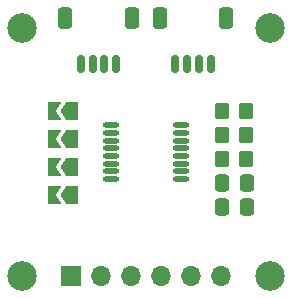
<source format=gbr>
%TF.GenerationSoftware,KiCad,Pcbnew,(6.0.7)*%
%TF.CreationDate,2022-08-07T18:23:06-05:00*%
%TF.ProjectId,ADS1219,41445331-3231-4392-9e6b-696361645f70,4*%
%TF.SameCoordinates,Original*%
%TF.FileFunction,Soldermask,Top*%
%TF.FilePolarity,Negative*%
%FSLAX46Y46*%
G04 Gerber Fmt 4.6, Leading zero omitted, Abs format (unit mm)*
G04 Created by KiCad (PCBNEW (6.0.7)) date 2022-08-07 18:23:06*
%MOMM*%
%LPD*%
G01*
G04 APERTURE LIST*
G04 Aperture macros list*
%AMRoundRect*
0 Rectangle with rounded corners*
0 $1 Rounding radius*
0 $2 $3 $4 $5 $6 $7 $8 $9 X,Y pos of 4 corners*
0 Add a 4 corners polygon primitive as box body*
4,1,4,$2,$3,$4,$5,$6,$7,$8,$9,$2,$3,0*
0 Add four circle primitives for the rounded corners*
1,1,$1+$1,$2,$3*
1,1,$1+$1,$4,$5*
1,1,$1+$1,$6,$7*
1,1,$1+$1,$8,$9*
0 Add four rect primitives between the rounded corners*
20,1,$1+$1,$2,$3,$4,$5,0*
20,1,$1+$1,$4,$5,$6,$7,0*
20,1,$1+$1,$6,$7,$8,$9,0*
20,1,$1+$1,$8,$9,$2,$3,0*%
%AMFreePoly0*
4,1,6,1.000000,0.000000,0.500000,-0.750000,-0.500000,-0.750000,-0.500000,0.750000,0.500000,0.750000,1.000000,0.000000,1.000000,0.000000,$1*%
%AMFreePoly1*
4,1,6,0.500000,-0.750000,-0.650000,-0.750000,-0.150000,0.000000,-0.650000,0.750000,0.500000,0.750000,0.500000,-0.750000,0.500000,-0.750000,$1*%
G04 Aperture macros list end*
%ADD10O,1.400000X0.449999*%
%ADD11RoundRect,0.150000X0.150000X0.625000X-0.150000X0.625000X-0.150000X-0.625000X0.150000X-0.625000X0*%
%ADD12RoundRect,0.250000X0.350000X0.650000X-0.350000X0.650000X-0.350000X-0.650000X0.350000X-0.650000X0*%
%ADD13C,2.500000*%
%ADD14FreePoly0,180.000000*%
%ADD15FreePoly1,180.000000*%
%ADD16RoundRect,0.250000X0.350000X0.450000X-0.350000X0.450000X-0.350000X-0.450000X0.350000X-0.450000X0*%
%ADD17RoundRect,0.250000X0.337500X0.475000X-0.337500X0.475000X-0.337500X-0.475000X0.337500X-0.475000X0*%
%ADD18R,1.700000X1.700000*%
%ADD19O,1.700000X1.700000*%
%ADD20RoundRect,0.250000X-0.337500X-0.475000X0.337500X-0.475000X0.337500X0.475000X-0.337500X0.475000X0*%
G04 APERTURE END LIST*
D10*
%TO.C,U1*%
X167550001Y-84225001D03*
X167550001Y-84875002D03*
X167550001Y-85525001D03*
X167550001Y-86175002D03*
X167550001Y-86825001D03*
X167550001Y-87475002D03*
X167550001Y-88125001D03*
X167550001Y-88775002D03*
X173450002Y-88775002D03*
X173450002Y-88125001D03*
X173450002Y-87475002D03*
X173450002Y-86825001D03*
X173450002Y-86175002D03*
X173450002Y-85525001D03*
X173450002Y-84875002D03*
X173450002Y-84225001D03*
%TD*%
D11*
%TO.C,J1*%
X168000000Y-79000000D03*
X167000000Y-79000000D03*
X166000000Y-79000000D03*
X165000000Y-79000000D03*
D12*
X163700000Y-75125000D03*
X169300000Y-75125000D03*
%TD*%
D13*
%TO.C,H2*%
X181000000Y-76000000D03*
%TD*%
D14*
%TO.C,JP3*%
X164225000Y-87748570D03*
D15*
X162775000Y-87748570D03*
%TD*%
D11*
%TO.C,J3*%
X176000000Y-79000000D03*
X175000000Y-79000000D03*
X174000000Y-79000000D03*
X173000000Y-79000000D03*
D12*
X171700000Y-75125000D03*
X177300000Y-75125000D03*
%TD*%
D13*
%TO.C,H1*%
X160000000Y-76000000D03*
%TD*%
%TO.C,H4*%
X181000000Y-97000000D03*
%TD*%
D16*
%TO.C,R3*%
X179000000Y-83000000D03*
X177000000Y-83000000D03*
%TD*%
D14*
%TO.C,JP1*%
X164225000Y-83000000D03*
D15*
X162775000Y-83000000D03*
%TD*%
D17*
%TO.C,C1*%
X179037500Y-89096000D03*
X176962500Y-89096000D03*
%TD*%
D16*
%TO.C,R2*%
X179000000Y-87064000D03*
X177000000Y-87064000D03*
%TD*%
D13*
%TO.C,H3*%
X160020000Y-97000000D03*
%TD*%
D16*
%TO.C,R1*%
X179000000Y-85032000D03*
X177000000Y-85032000D03*
%TD*%
D18*
%TO.C,J2*%
X164150000Y-97000000D03*
D19*
X166690000Y-97000000D03*
X169230000Y-97000000D03*
X171770000Y-97000000D03*
X174310000Y-97000000D03*
X176850000Y-97000000D03*
%TD*%
D14*
%TO.C,JP4*%
X164225000Y-90122855D03*
D15*
X162775000Y-90122855D03*
%TD*%
D14*
%TO.C,JP2*%
X164225000Y-85374285D03*
D15*
X162775000Y-85374285D03*
%TD*%
D20*
%TO.C,C2*%
X176962500Y-91128000D03*
X179037500Y-91128000D03*
%TD*%
M02*

</source>
